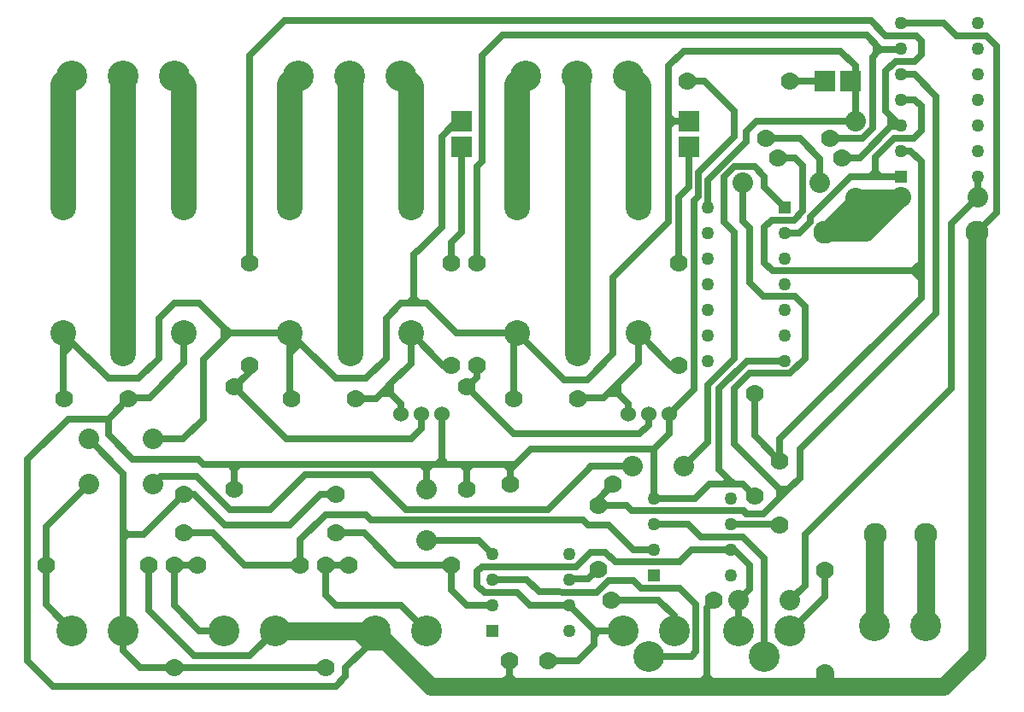
<source format=gbr>
G04 PROTEUS RS274X GERBER FILE*
%FSLAX45Y45*%
%MOMM*%
G01*
%ADD10C,2.540000*%
%ADD11C,1.778000*%
%ADD12C,0.635000*%
%ADD13C,3.048000*%
%ADD14C,2.540000*%
%ADD15C,2.286000*%
%ADD16C,1.778000*%
%ADD17C,1.524000*%
%ADD18R,1.270000X1.270000*%
%ADD19C,1.270000*%
%ADD70R,2.032000X2.032000*%
%ADD71C,2.032000*%
D10*
X-3842000Y+4950000D02*
X-3842000Y+6150000D01*
X-3942000Y+6250000D01*
X-5042000Y+4950000D02*
X-5042000Y+6166000D01*
X-4958000Y+6250000D01*
X-4442000Y+3500000D02*
X-4442000Y+6242000D01*
X-4450000Y+6250000D01*
X-6092000Y+4950000D02*
X-6092000Y+6150000D01*
X-6192000Y+6250000D01*
X-8342000Y+4950000D02*
X-8342000Y+6150000D01*
X-8442000Y+6250000D01*
X-9542000Y+4950000D02*
X-9542000Y+6166000D01*
X-9458000Y+6250000D01*
X-7292000Y+4950000D02*
X-7292000Y+6166000D01*
X-7208000Y+6250000D01*
X-6692000Y+3500000D02*
X-6692000Y+6242000D01*
X-6700000Y+6250000D01*
X-8942000Y+3500000D02*
X-8942000Y+6242000D01*
X-8950000Y+6250000D01*
D11*
X-992000Y+800000D02*
X-992000Y+1700000D01*
X-1500000Y+800000D02*
X-1500000Y+1692000D01*
X-1492000Y+1700000D01*
D12*
X-8942000Y+750000D02*
X-8942000Y+550000D01*
X-8776000Y+384000D01*
X-8442000Y+384000D01*
X-6942000Y+384000D01*
X-5942000Y+750000D02*
X-6192000Y+1000000D01*
X-6842000Y+1000000D01*
X-6942000Y+1100000D01*
X-6942000Y+1400000D01*
X-7950000Y+750000D02*
X-8192000Y+750000D01*
X-8442000Y+1000000D01*
X-8442000Y+1400000D01*
X-9708000Y+1400000D02*
X-9708000Y+1008000D01*
X-9450000Y+750000D01*
X-8692000Y+1400000D02*
X-8692000Y+950000D01*
X-8242000Y+500000D01*
X-7692000Y+500000D01*
X-7442000Y+750000D01*
X-5042000Y+3700000D02*
X-5077000Y+3665000D01*
X-5077000Y+3050000D01*
D10*
X-8942000Y+3500000D02*
X-8942000Y+6242000D01*
X-8950000Y+6250000D01*
D12*
X-7192000Y+3600000D02*
X-7292000Y+3500000D01*
X-7292000Y+3700000D02*
X-7292000Y+3500000D01*
X-7192000Y+3600000D02*
X-7292000Y+3700000D01*
X-9442000Y+3600000D02*
X-9542000Y+3500000D01*
X-9542000Y+3700000D02*
X-9542000Y+3500000D01*
X-9542000Y+3065000D01*
X-9527000Y+3050000D01*
X-9542000Y+3700000D02*
X-9542000Y+3500000D01*
X-9542000Y+3065000D01*
X-9527000Y+3050000D01*
X-9442000Y+3600000D02*
X-9542000Y+3700000D01*
X-7292000Y+3500000D02*
X-7292000Y+3065000D01*
X-7277000Y+3050000D01*
D10*
X-8942000Y+3500000D02*
X-8942000Y+6242000D01*
X-8950000Y+6250000D01*
D12*
X-8342000Y+3700000D02*
X-8342000Y+3402357D01*
X-8684409Y+3059948D01*
X-8932052Y+3059948D01*
X-8892000Y+3050000D01*
X-6742000Y+379651D02*
X-6742000Y+300000D01*
X-3842000Y+3700000D02*
X-3842000Y+3402357D01*
X-3943178Y+3301178D01*
X-3993178Y+3251178D01*
X-4093178Y+3151178D02*
X-4184409Y+3059948D01*
X-4432052Y+3059948D01*
X-4442000Y+3050000D01*
X-4043178Y+3201178D02*
X-4043178Y+3101178D01*
X-4042000Y+3100000D01*
X-3945200Y+2900000D02*
X-3945200Y+3003200D01*
X-4042000Y+3100000D01*
X-4043178Y+3101178D02*
X-4093178Y+3151178D01*
X-3993178Y+3251178D02*
X-4043178Y+3201178D01*
X-4093178Y+3151178D01*
X-4143178Y+3101178D02*
X-4043178Y+3101178D01*
X-6292000Y+3200000D02*
X-6292000Y+3100000D01*
X-6195200Y+2900000D02*
X-6195200Y+3003200D01*
X-6292000Y+3100000D01*
X-6342000Y+3150000D01*
X-6092000Y+3700000D02*
X-6092000Y+3400000D01*
X-6292000Y+3200000D01*
X-6342000Y+3150000D01*
X-6392000Y+3100000D02*
X-6292000Y+3100000D01*
X-6342000Y+3150000D02*
X-6392000Y+3100000D01*
X-6442000Y+3050000D01*
X-6642000Y+3050000D01*
X-6742000Y+300000D02*
X-6842000Y+200000D01*
X-9642000Y+200000D01*
X-9892000Y+450000D01*
X-9892000Y+2450000D01*
X-9492000Y+2850000D01*
X-9092000Y+2850000D01*
X-8892000Y+3050000D01*
X-5792000Y+2500000D02*
X-5792000Y+2896800D01*
X-5788800Y+2900000D01*
X-5742000Y+2400000D02*
X-5792000Y+2450000D01*
X-5792000Y+2500000D02*
X-5792000Y+2450000D01*
X-5792000Y+2400000D01*
X-5692000Y+2400000D02*
X-5742000Y+2400000D01*
X-5792000Y+2400000D01*
X-5842000Y+2400000D02*
X-5792000Y+2450000D01*
X-5792000Y+2400000D02*
X-5842000Y+2400000D01*
X-5892000Y+2400000D01*
X-7292000Y+3700000D02*
X-7792000Y+3700000D01*
X-7842000Y+3700000D01*
X-7892000Y+3700000D01*
X-5042000Y+3700000D02*
X-5542000Y+3700000D01*
X-5592000Y+3700000D01*
X-5642000Y+3700000D01*
X-5542000Y+2150000D02*
X-5558000Y+2166000D01*
X-5652810Y+2400000D02*
X-5692000Y+2400000D01*
X-5542000Y+2150000D02*
X-5526000Y+2166000D01*
X-8442000Y+1400000D02*
X-8208000Y+1400000D01*
X-6942000Y+1400000D02*
X-6708000Y+1400000D01*
X-7192000Y+1400000D02*
X-7742000Y+1400000D01*
X-8061000Y+1719000D01*
X-8342000Y+1719000D01*
X-5692000Y+1400000D02*
X-6242000Y+1400000D01*
X-6561000Y+1719000D01*
X-6842000Y+1719000D01*
X-2438000Y+200000D02*
X-2442000Y+200000D01*
D11*
X-3492000Y+200000D02*
X-3392000Y+200000D01*
D12*
X-3588000Y+200000D02*
X-3588378Y+200000D01*
D11*
X-3588000Y+200000D02*
X-3492000Y+200000D01*
D12*
X-5692000Y+1400000D02*
X-5692000Y+1150000D01*
X-5546000Y+1004000D01*
X-5292000Y+1004000D01*
X-2592000Y+750000D02*
X-2592000Y+1463167D01*
X-2811124Y+1682291D01*
X-3224291Y+1682291D01*
X-3350000Y+1808000D01*
X-3692000Y+1808000D01*
X-2930000Y+1808000D02*
X-2450000Y+1808000D01*
X-2442000Y+1800000D01*
X-4342000Y+1800000D02*
X-4138000Y+1800000D01*
X-3892000Y+1554000D01*
X-3692000Y+1554000D02*
X-3892000Y+1554000D01*
X-2442000Y+2435000D02*
X-2692000Y+2685000D01*
X-2692000Y+3100000D01*
X-5108000Y+2350000D02*
X-5158000Y+2400000D01*
X-5192000Y+2400000D01*
X-5108000Y+2200000D02*
X-5108000Y+2350000D01*
X-5108000Y+2400000D01*
X-5158000Y+2400000D01*
X-5108000Y+2350000D02*
X-5058000Y+2400000D01*
X-5108000Y+2400000D01*
X-5542000Y+2150000D02*
X-5542000Y+2166000D01*
X-5526000Y+2166000D02*
X-5542000Y+2166000D01*
X-5558000Y+2166000D01*
X-5542000Y+2350000D02*
X-5492000Y+2400000D01*
X-5542000Y+2166000D02*
X-5542000Y+2350000D01*
X-5542000Y+2390011D01*
X-5551989Y+2400000D01*
X-5192000Y+2400000D02*
X-5492000Y+2400000D01*
X-5551989Y+2400000D01*
X-5542000Y+2350000D02*
X-5592000Y+2400000D01*
X-5652810Y+2400000D01*
X-5551989Y+2400000D02*
X-5592000Y+2400000D01*
X-7842000Y+2350000D02*
X-7792000Y+2400000D01*
X-7782145Y+2400000D01*
X-7842000Y+2150000D02*
X-7842000Y+2350000D01*
X-7842000Y+2400000D01*
X-7792000Y+2400000D02*
X-7842000Y+2400000D01*
X-7842000Y+2350000D02*
X-7892000Y+2400000D01*
X-7842000Y+2400000D02*
X-7892000Y+2400000D01*
X-5442000Y+3384000D02*
X-5442000Y+3266000D01*
X-5542000Y+3166000D01*
X-7692000Y+3384000D02*
X-7692000Y+3316000D01*
X-7842000Y+3166000D01*
X-5992000Y+2900000D02*
X-5992000Y+2750000D01*
X-6092000Y+2650000D01*
X-7326000Y+2650000D01*
X-7842000Y+3166000D01*
X-6092000Y+3700000D02*
X-5776000Y+3384000D01*
X-5692000Y+3384000D01*
X-3442000Y+3384000D02*
X-3526000Y+3384000D01*
X-3842000Y+3700000D01*
X-5592000Y+5546000D02*
X-5592000Y+4700000D01*
X-5692000Y+4600000D01*
X-5692000Y+4400000D01*
X-6064828Y+4050000D02*
X-6014828Y+4000000D01*
X-5992000Y+4000000D01*
X-5592000Y+5800000D02*
X-5642000Y+5800000D01*
X-5792000Y+5650000D01*
X-5792000Y+4750000D01*
X-5992000Y+4550000D01*
X-6064828Y+4477172D01*
X-6064828Y+4050000D01*
X-6064828Y+4000000D01*
X-5642000Y+3700000D02*
X-5942000Y+4000000D01*
X-5992000Y+4000000D01*
X-6014828Y+4000000D02*
X-6064828Y+4000000D01*
X-6064828Y+4050000D02*
X-6114828Y+4000000D01*
X-6162101Y+4000000D01*
X-6064828Y+4000000D02*
X-6114828Y+4000000D01*
X-6162101Y+4000000D02*
X-6192000Y+4000000D01*
X-6342000Y+3850000D01*
X-6342000Y+3450000D01*
X-6542000Y+3250000D01*
X-6842000Y+3250000D01*
X-7192000Y+3600000D01*
X-5292000Y+1512000D02*
X-5422000Y+1642000D01*
X-5942000Y+1642000D01*
X-5892000Y+2400000D02*
X-5942000Y+2400000D01*
X-5942000Y+2350000D02*
X-5892000Y+2400000D01*
X-5942000Y+2150000D02*
X-5942000Y+2350000D01*
X-5942000Y+2400000D01*
X-5942000Y+2350000D02*
X-5992000Y+2400000D01*
X-6023871Y+2400000D01*
X-5942000Y+2400000D02*
X-5992000Y+2400000D01*
X-6023871Y+2400000D02*
X-7782145Y+2400000D01*
X-1492000Y+5300000D02*
X-1442000Y+5250000D01*
X-1442000Y+5247998D01*
X-1492000Y+5300000D02*
X-1492000Y+5247998D01*
X-1442000Y+5247998D01*
X-1244002Y+5247998D01*
X-1242000Y+5250000D01*
X-1492000Y+5300000D02*
X-1544002Y+5247998D01*
X-1492000Y+5247998D01*
D11*
X-1992000Y+4700000D02*
X-1692000Y+5000000D01*
X-1692000Y+5038000D01*
D12*
X-480000Y+5250000D02*
X-480000Y+5050000D01*
X-1742000Y+6200000D02*
X-1692000Y+6200000D01*
X-1692000Y+5800000D02*
X-1692000Y+6200000D01*
X-1996000Y+6200000D02*
X-2342000Y+6200000D01*
X-3342000Y+5546000D02*
X-3342000Y+5150000D01*
X-3442000Y+5050000D01*
X-3442000Y+4400000D01*
X-8942000Y+1500000D02*
X-8942000Y+750000D01*
X-6842000Y+2100000D02*
X-6992000Y+2100000D01*
X-7292000Y+1800000D01*
X-7942000Y+1800000D01*
X-8242000Y+2100000D01*
X-8342000Y+2100000D01*
X-4392000Y+1850000D02*
X-6492000Y+1850000D01*
X-6542000Y+1900000D01*
X-4342000Y+1800000D02*
X-4392000Y+1850000D01*
X-6542000Y+1900000D02*
X-6942000Y+1900000D01*
X-7192000Y+1650000D01*
X-7192000Y+1400000D01*
X-3538800Y+2900000D02*
X-3538800Y+2700000D01*
X-3690400Y+2548400D01*
X-3742000Y+2900000D02*
X-3742000Y+2790000D01*
X-3832000Y+2700000D01*
X-5076000Y+2700000D01*
X-5542000Y+3166000D01*
X-3690400Y+2548400D02*
X-3692000Y+2550000D01*
X-4908000Y+2550000D01*
X-5058000Y+2400000D01*
X-3692000Y+2062000D02*
X-3692000Y+2300000D01*
X-3692000Y+2550000D02*
X-3692000Y+2300000D01*
X-3900000Y+2380000D02*
X-4312000Y+2380000D01*
X-4342000Y+2350000D01*
X-2942000Y+2250000D02*
X-2892000Y+2200000D01*
X-2942000Y+2250000D02*
X-2942000Y+2200000D01*
X-2692000Y+2084000D02*
X-2808000Y+2200000D01*
X-2892000Y+2200000D01*
X-2942000Y+2200000D01*
X-2942000Y+2250000D02*
X-2992000Y+2200000D01*
X-2942000Y+2200000D02*
X-2992000Y+2200000D01*
X-3142000Y+2200000D01*
X-3280000Y+2062000D01*
X-3692000Y+2062000D01*
X-1242000Y+6774000D02*
X-816000Y+6774000D01*
X-692000Y+6650000D01*
X-392000Y+6650000D01*
X-292000Y+6550000D01*
X-292000Y+4900000D01*
X-492000Y+4700000D01*
X-5042000Y+3700000D02*
X-4579430Y+3237430D01*
X-4350753Y+3237430D01*
X-4092000Y+3496183D01*
X-4092000Y+3500000D01*
X-4092000Y+4250000D01*
X-3542000Y+4800000D01*
X-3542000Y+5750000D01*
X-3492000Y+5800000D02*
X-3542000Y+5850000D01*
X-3542000Y+5750000D02*
X-3542000Y+5850000D01*
X-3542000Y+5750000D02*
X-3492000Y+5800000D01*
X-3342000Y+5800000D01*
X-1692000Y+6200000D02*
X-1692000Y+6350000D01*
X-1842000Y+6500000D01*
X-3392000Y+6500000D01*
X-3542000Y+6350000D01*
X-3542000Y+5850000D01*
X-3500248Y+6658248D02*
X-5183752Y+6658248D01*
X-5192000Y+6650000D01*
X-5442000Y+4400000D02*
X-5442000Y+5350000D01*
X-5392000Y+5400000D01*
X-5392000Y+6450000D01*
X-5192000Y+6650000D01*
X-5123000Y+300000D02*
X-5023000Y+200000D01*
X-5123000Y+450000D02*
X-5123000Y+300000D01*
X-5123000Y+201905D01*
X-5121095Y+200000D01*
D11*
X-5023000Y+200000D01*
X-3588378Y+200000D01*
D12*
X-5123000Y+300000D02*
X-5220916Y+202084D01*
X-5220916Y+200000D01*
D11*
X-5121095Y+200000D01*
D12*
X-6531826Y+589826D02*
X-6531825Y+589826D01*
X-6302174Y+589826D01*
X-6296000Y+596000D01*
X-6450000Y+750000D02*
X-6450000Y+671651D01*
X-6531825Y+589826D01*
X-6531826Y+589826D02*
X-6742000Y+379651D01*
D11*
X-6450000Y+750000D02*
X-6296000Y+596000D01*
X-5900000Y+200000D01*
X-5220916Y+200000D01*
D12*
X-6531826Y+589826D02*
X-6692000Y+750000D01*
D11*
X-6450000Y+750000D02*
X-6692000Y+750000D01*
X-7442000Y+750000D01*
D12*
X-480000Y+5050000D02*
X-742000Y+4788000D01*
X-742000Y+3150000D01*
X-2192000Y+1700000D01*
X-2192000Y+1200000D01*
X-2342000Y+1050000D01*
X-2850000Y+1050000D02*
X-2742000Y+1158000D01*
X-2742000Y+1400000D01*
X-2896000Y+1554000D01*
X-2930000Y+1554000D01*
D11*
X-3092000Y+200000D02*
X-2992000Y+200000D01*
X-2442000Y+200000D01*
X-3192000Y+200000D02*
X-3165148Y+200000D01*
X-3092000Y+200000D01*
D12*
X-3165148Y+300000D02*
X-3092000Y+226852D01*
X-3092000Y+200000D01*
X-3092000Y+1050000D02*
X-3165148Y+976852D01*
X-3165148Y+300000D01*
X-3165148Y+200000D01*
X-3165148Y+300000D02*
X-3242000Y+223148D01*
X-3242000Y+200000D01*
D11*
X-3392000Y+200000D02*
X-3242000Y+200000D01*
X-3192000Y+200000D01*
D12*
X-2304000Y+5800000D02*
X-1692000Y+5800000D01*
X-2392000Y+4696000D02*
X-2246000Y+4696000D01*
X-2140000Y+4802000D01*
X-2140000Y+4852000D01*
X-1744002Y+5247998D01*
X-1544002Y+5247998D01*
X-7692000Y+4400000D02*
X-7692000Y+6450000D01*
X-7342000Y+6800000D01*
X-1542000Y+6800000D01*
X-1392000Y+6650000D01*
X-1092000Y+6650000D01*
X-1042000Y+6600000D01*
X-1042000Y+6460488D01*
X-1105735Y+6396753D01*
X-1295247Y+6396753D01*
X-1392000Y+6300000D01*
X-1392000Y+5900000D01*
X-1342000Y+5850000D01*
X-1242000Y+6012000D02*
X-1104000Y+6012000D01*
X-1042000Y+5950000D01*
X-1042000Y+5704981D01*
X-1116780Y+5630201D01*
X-1311799Y+5630201D01*
X-1492000Y+5450000D01*
X-1492000Y+5300000D01*
X-1342000Y+5850000D02*
X-1292000Y+5800000D01*
X-1250000Y+5758000D01*
X-1242000Y+5758000D01*
X-1342000Y+5850000D02*
X-1342000Y+5750000D01*
X-1292000Y+5800000D02*
X-1342000Y+5750000D01*
X-1250000Y+5750000D01*
X-1242000Y+5758000D01*
X-1042000Y+4400000D02*
X-1124044Y+4317956D01*
X-1043802Y+4317956D01*
X-1042000Y+4316154D01*
X-1042000Y+4400000D01*
X-1042000Y+5400000D01*
X-1146000Y+5504000D01*
X-1242000Y+5504000D01*
X-1124044Y+4317956D02*
X-1042000Y+4235912D01*
X-1042000Y+4219730D01*
X-2442000Y+2435000D02*
X-2442000Y+2650000D01*
X-1042000Y+4050000D01*
X-1042000Y+4219730D01*
X-1042000Y+4235912D02*
X-1042000Y+4316154D01*
X-3500248Y+6658248D02*
X-1583752Y+6658248D01*
X-1442202Y+6516699D01*
X-1245301Y+6516699D01*
X-1242000Y+6520000D01*
X-1475450Y+6483450D02*
X-1483752Y+6491752D01*
X-1483752Y+6558248D01*
X-1442202Y+6516699D02*
X-1475450Y+6483450D01*
X-1520522Y+6438379D01*
X-1520522Y+5734675D01*
X-1625197Y+5630000D01*
X-1942000Y+5630000D01*
X-2392000Y+3426000D02*
X-2766000Y+3426000D01*
X-3042000Y+3150000D01*
X-3042000Y+2350000D01*
X-2942000Y+2250000D01*
X-2442000Y+2150000D02*
X-2442000Y+2065002D01*
X-2399501Y+2107501D02*
X-2442000Y+2150000D01*
X-2399501Y+2107501D02*
X-2442000Y+2065002D01*
X-2442000Y+2150000D02*
X-2357002Y+2150000D01*
X-2349501Y+2157501D01*
X-1242000Y+6266000D02*
X-1108000Y+6266000D01*
X-892000Y+6050000D01*
X-892000Y+3900000D01*
X-2242000Y+2550000D01*
X-2242000Y+2265002D01*
X-2349501Y+2157501D01*
X-2357002Y+2150000D02*
X-2399501Y+2107501D01*
X-2457000Y+5440000D02*
X-2292000Y+5440000D01*
X-2212000Y+5360000D01*
X-2212000Y+4910000D01*
X-2302224Y+4819776D01*
X-2522224Y+4819776D01*
X-2592000Y+4750000D01*
X-2592000Y+4400000D01*
X-2509956Y+4317956D01*
X-1124044Y+4317956D01*
X-1342000Y+5750000D02*
X-1652000Y+5440000D01*
X-1822000Y+5440000D01*
X-3247409Y+5055409D02*
X-3247409Y+5294591D01*
X-2892000Y+5650000D01*
X-3358000Y+6200000D02*
X-3192000Y+6200000D01*
X-2892000Y+5900000D01*
X-2892000Y+5650000D01*
X-3247409Y+5055409D02*
X-3292000Y+5010818D01*
X-3292000Y+3146800D01*
X-3538800Y+2900000D01*
X-2772000Y+5600000D02*
X-3154000Y+5218000D01*
X-3154000Y+4950000D01*
X-2304000Y+5800000D02*
X-2672000Y+5800000D01*
X-2772000Y+5700000D01*
X-2772000Y+5600000D01*
X-2042000Y+5190000D02*
X-2042000Y+5430022D01*
X-2241978Y+5630000D01*
X-2577000Y+5630000D01*
X-2392000Y+4950000D02*
X-2592000Y+5150000D01*
X-2592000Y+5250000D01*
X-2692000Y+5350000D01*
X-2892000Y+5350000D01*
X-2992000Y+5250000D01*
X-2992000Y+4800000D01*
X-2892000Y+4700000D01*
X-2892000Y+3450000D01*
X-3157000Y+3185000D01*
X-3157000Y+2615000D01*
X-3392000Y+2380000D01*
X-2442000Y+2150000D02*
X-2892000Y+2600000D01*
X-2892000Y+3150000D01*
X-2742000Y+3300000D01*
X-2342000Y+3300000D01*
X-2192000Y+3450000D01*
X-2192000Y+3962307D01*
X-2292304Y+4062611D01*
X-2604611Y+4062611D01*
X-2742000Y+4200000D01*
X-2742000Y+4745822D01*
X-2804000Y+4807822D01*
X-2804000Y+5190000D01*
X-2850000Y+1050000D02*
X-2850000Y+754000D01*
X-2846000Y+750000D01*
X-2592000Y+750000D02*
X-2592000Y+496000D01*
X-3488000Y+750000D02*
X-3488000Y+896000D01*
X-3642000Y+1050000D01*
X-4108000Y+1050000D01*
X-4276000Y+750000D02*
X-4284000Y+758000D01*
X-4530000Y+1004000D02*
X-4284000Y+758000D01*
X-4284000Y+700000D02*
X-4238018Y+745982D01*
X-4238018Y+750000D01*
X-3996000Y+750000D02*
X-4238018Y+750000D01*
X-4276000Y+750000D01*
X-4284000Y+758000D02*
X-4284000Y+700000D01*
X-4284000Y+608000D01*
X-4442000Y+450000D01*
X-4742000Y+450000D01*
X-4092000Y+2200000D02*
X-4242000Y+2050000D01*
X-4242000Y+1990000D01*
X-4052000Y+1250000D02*
X-4092000Y+1250000D01*
X-4140627Y+1250000D01*
X-4052000Y+1250000D02*
X-3892000Y+1250000D01*
X-3813787Y+1171787D01*
X-3435807Y+1171787D01*
X-3270332Y+1006312D01*
X-3270332Y+544722D01*
X-3319054Y+496000D01*
X-3742000Y+496000D01*
X-4391994Y+1130965D02*
X-4391937Y+1130965D01*
X-4381935Y+1130965D01*
X-4259662Y+1130965D01*
X-4140627Y+1250000D01*
X-4381935Y+1130965D02*
X-4381995Y+1130905D01*
X-5292000Y+1258000D02*
X-4950000Y+1258000D01*
X-4825582Y+1133582D01*
X-4391994Y+1130965D01*
X-4391937Y+1130965D02*
X-4381995Y+1130905D01*
X-4530000Y+1258000D02*
X-4530000Y+1260000D01*
X-4337000Y+1260000D01*
X-4242000Y+1355000D01*
X-4530000Y+1004000D02*
X-4919518Y+1004000D01*
X-5041597Y+1126079D01*
X-5368079Y+1126079D01*
X-5442000Y+1200000D01*
X-5442000Y+1336143D01*
X-5393349Y+1384794D01*
X-4457206Y+1384794D01*
X-4312000Y+1530000D01*
X-4172000Y+1530000D01*
X-4073186Y+1431186D01*
X-3435901Y+1431186D01*
X-3313087Y+1554000D01*
X-2930000Y+1554000D01*
X-2802000Y+1940000D02*
X-2770361Y+1908361D01*
X-2755880Y+1908361D01*
X-2603639Y+1908361D01*
X-2572000Y+1940000D01*
X-2562000Y+1950000D01*
X-2442000Y+2065002D02*
X-2449501Y+2057501D01*
X-2449501Y+2062499D01*
X-2562000Y+1950000D01*
X-2802000Y+1940000D02*
X-3911095Y+1940000D01*
X-3961095Y+1990000D01*
X-4242000Y+1990000D01*
X-1992000Y+1350000D02*
X-1992000Y+1090000D01*
X-2332000Y+750000D01*
X-2338000Y+750000D01*
D11*
X-1692000Y+200000D02*
X-1765224Y+200000D01*
X-2042000Y+200000D02*
X-2242000Y+200000D01*
X-2342000Y+200000D01*
X-2438000Y+200000D01*
X-1692000Y+200000D02*
X-814014Y+200000D01*
X-612581Y+401433D01*
X-492000Y+522014D01*
X-492000Y+4700000D01*
X-1992000Y+334000D02*
X-1992000Y+300000D01*
X-1992000Y+200000D01*
X-2042000Y+200000D01*
X-1765224Y+200000D02*
X-1842000Y+200000D01*
X-1942000Y+200000D01*
X-1992000Y+200000D01*
X-1454000Y+5038000D02*
X-1792000Y+4700000D01*
X-1992000Y+4700000D02*
X-1792000Y+4700000D01*
X-1592000Y+4700000D01*
X-1254000Y+5038000D01*
X-1692000Y+5038000D02*
X-1454000Y+5038000D01*
X-1254000Y+5038000D01*
X-1242000Y+5050000D01*
D12*
X-8462887Y+2278622D02*
X-8220622Y+2278622D01*
X-7892000Y+1950000D01*
X-7492000Y+1950000D01*
X-7142000Y+2300000D01*
X-6492000Y+2300000D01*
X-6142000Y+1950000D01*
X-4742000Y+1950000D01*
X-4342000Y+2350000D01*
X-8650000Y+2205500D02*
X-8576878Y+2278622D01*
X-8535184Y+2278622D01*
X-8489934Y+2278622D01*
X-8462887Y+2278622D01*
X-8942000Y+1500000D02*
X-8942000Y+1550000D01*
X-9092000Y+2850000D02*
X-9092000Y+2692000D01*
X-8850000Y+2450000D01*
X-8200000Y+2450000D01*
X-8150000Y+2400000D01*
X-7892000Y+2400000D02*
X-8150000Y+2400000D01*
X-9285000Y+2205500D02*
X-9708000Y+1782500D01*
X-9708000Y+1400000D01*
X-7946000Y+3754000D02*
X-7946000Y+3646000D01*
X-7892000Y+3700000D02*
X-7946000Y+3754000D01*
X-8192000Y+4000000D01*
X-8442000Y+4000000D01*
X-8592000Y+3850000D01*
X-8592000Y+3450000D01*
X-8792000Y+3250000D01*
X-9092000Y+3250000D01*
X-9442000Y+3600000D01*
X-7892000Y+3700000D02*
X-7946000Y+3646000D01*
X-8150000Y+3442000D01*
X-8150000Y+2850000D01*
X-8350000Y+2650000D01*
X-8650000Y+2650000D01*
X-8342000Y+2100000D02*
X-8742000Y+1700000D01*
X-8900000Y+1700000D02*
X-8942000Y+1742000D01*
X-8942000Y+1780345D01*
X-8742000Y+1700000D02*
X-8900000Y+1700000D01*
X-8942000Y+1700000D01*
X-8942000Y+1742000D01*
X-8942000Y+1780345D02*
X-8942000Y+2307000D01*
X-9285000Y+2650000D01*
X-8900000Y+1700000D02*
X-8942000Y+1658000D01*
X-8942000Y+1590439D01*
X-8942000Y+1550000D02*
X-8942000Y+1590439D01*
X-8942000Y+1658000D02*
X-8942000Y+1700000D01*
D13*
X-992000Y+800000D03*
X-1500000Y+800000D03*
X-3942000Y+6250000D03*
X-4450000Y+6250000D03*
X-4958000Y+6250000D03*
X-8442000Y+6250000D03*
X-8950000Y+6250000D03*
X-9458000Y+6250000D03*
X-6192000Y+6250000D03*
X-6700000Y+6250000D03*
X-7208000Y+6250000D03*
D14*
X-3842000Y+3700000D03*
X-5042000Y+3700000D03*
X-4442000Y+3500000D03*
X-5042000Y+4950000D03*
X-3842000Y+4950000D03*
X-6092000Y+3700000D03*
X-7292000Y+3700000D03*
X-6692000Y+3500000D03*
X-7292000Y+4950000D03*
X-6092000Y+4950000D03*
X-8342000Y+3700000D03*
X-9542000Y+3700000D03*
X-8942000Y+3500000D03*
X-9542000Y+4950000D03*
X-8342000Y+4950000D03*
D13*
X-5942000Y+750000D03*
X-6450000Y+750000D03*
X-7442000Y+750000D03*
X-7950000Y+750000D03*
X-8942000Y+750000D03*
X-9450000Y+750000D03*
D15*
X-992000Y+1700000D03*
X-1492000Y+1700000D03*
X-492000Y+4700000D03*
X-1992000Y+4700000D03*
D16*
X-6942000Y+1400000D03*
X-6942000Y+384000D03*
X-8442000Y+1400000D03*
X-8442000Y+384000D03*
X-8692000Y+1400000D03*
X-9708000Y+1400000D03*
X-4442000Y+3050000D03*
X-5077000Y+3050000D03*
X-6642000Y+3050000D03*
X-7277000Y+3050000D03*
X-8892000Y+3050000D03*
X-9527000Y+3050000D03*
D17*
X-6195200Y+2900000D03*
X-5992000Y+2900000D03*
X-5788800Y+2900000D03*
X-3945200Y+2900000D03*
X-3742000Y+2900000D03*
X-3538800Y+2900000D03*
D16*
X-5542000Y+3166000D03*
X-5542000Y+2150000D03*
X-7842000Y+3166000D03*
X-7842000Y+2150000D03*
X-5692000Y+1400000D03*
X-6708000Y+1400000D03*
X-7192000Y+1400000D03*
X-8208000Y+1400000D03*
X-6842000Y+2100000D03*
X-6842000Y+1719000D03*
X-8342000Y+2100000D03*
X-8342000Y+1719000D03*
D13*
X-2846000Y+750000D03*
X-2338000Y+750000D03*
X-2592000Y+496000D03*
X-3996000Y+750000D03*
X-3488000Y+750000D03*
X-3742000Y+496000D03*
D18*
X-5292000Y+750000D03*
D19*
X-5292000Y+1004000D03*
X-5292000Y+1258000D03*
X-5292000Y+1512000D03*
X-4530000Y+1512000D03*
X-4530000Y+1258000D03*
X-4530000Y+1004000D03*
X-4530000Y+750000D03*
D18*
X-3692000Y+1300000D03*
D19*
X-3692000Y+1554000D03*
X-3692000Y+1808000D03*
X-3692000Y+2062000D03*
X-2930000Y+2062000D03*
X-2930000Y+1808000D03*
X-2930000Y+1554000D03*
X-2930000Y+1300000D03*
D16*
X-2442000Y+1800000D03*
X-2442000Y+2435000D03*
X-4242000Y+1355000D03*
X-4242000Y+1990000D03*
X-4092000Y+2200000D03*
X-5108000Y+2200000D03*
X-2692000Y+3100000D03*
X-2692000Y+2084000D03*
X-5442000Y+4400000D03*
X-5442000Y+3384000D03*
X-5692000Y+4400000D03*
X-5692000Y+3384000D03*
X-7692000Y+4400000D03*
X-7692000Y+3384000D03*
X-3442000Y+4400000D03*
X-3442000Y+3384000D03*
D70*
X-5592000Y+5800000D03*
X-5592000Y+5546000D03*
X-3342000Y+5800000D03*
X-3342000Y+5546000D03*
D71*
X-5942000Y+1642000D03*
X-5942000Y+2150000D03*
D18*
X-1242000Y+5250000D03*
D19*
X-1242000Y+5504000D03*
X-1242000Y+5758000D03*
X-1242000Y+6012000D03*
X-1242000Y+6266000D03*
X-1242000Y+6520000D03*
X-1242000Y+6774000D03*
X-480000Y+6774000D03*
X-480000Y+6520000D03*
X-480000Y+6266000D03*
X-480000Y+6012000D03*
X-480000Y+5758000D03*
X-480000Y+5504000D03*
X-480000Y+5250000D03*
D18*
X-2392000Y+4950000D03*
D19*
X-2392000Y+4696000D03*
X-2392000Y+4442000D03*
X-2392000Y+4188000D03*
X-2392000Y+3934000D03*
X-2392000Y+3680000D03*
X-2392000Y+3426000D03*
X-3154000Y+3426000D03*
X-3154000Y+3680000D03*
X-3154000Y+3934000D03*
X-3154000Y+4188000D03*
X-3154000Y+4442000D03*
X-3154000Y+4696000D03*
X-3154000Y+4950000D03*
D71*
X-1692000Y+5038000D03*
X-1692000Y+5800000D03*
X-480000Y+5050000D03*
X-1242000Y+5050000D03*
D70*
X-1742000Y+6200000D03*
X-1996000Y+6200000D03*
D16*
X-2342000Y+6200000D03*
X-3358000Y+6200000D03*
D71*
X-3900000Y+2380000D03*
X-3392000Y+2380000D03*
X-2850000Y+1050000D03*
X-2342000Y+1050000D03*
D16*
X-4742000Y+450000D03*
X-5123000Y+450000D03*
X-1992000Y+1350000D03*
X-1992000Y+334000D03*
X-4108000Y+1050000D03*
X-3092000Y+1050000D03*
X-1822000Y+5440000D03*
X-2457000Y+5440000D03*
X-1942000Y+5630000D03*
X-2577000Y+5630000D03*
D71*
X-2804000Y+5190000D03*
X-2042000Y+5190000D03*
X-8650000Y+2650000D03*
X-9285000Y+2650000D03*
X-9285000Y+2205500D03*
X-8650000Y+2205500D03*
M02*

</source>
